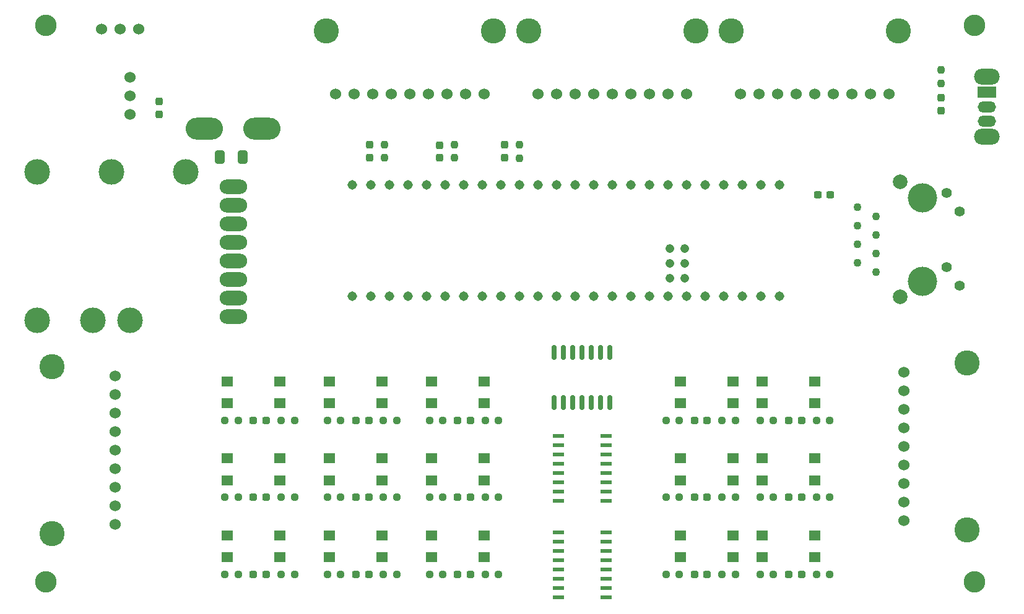
<source format=gbr>
%TF.GenerationSoftware,KiCad,Pcbnew,7.0.7*%
%TF.CreationDate,2024-03-26T15:37:16-05:00*%
%TF.ProjectId,CoreBoard,436f7265-426f-4617-9264-2e6b69636164,rev?*%
%TF.SameCoordinates,Original*%
%TF.FileFunction,Soldermask,Top*%
%TF.FilePolarity,Negative*%
%FSLAX46Y46*%
G04 Gerber Fmt 4.6, Leading zero omitted, Abs format (unit mm)*
G04 Created by KiCad (PCBNEW 7.0.7) date 2024-03-26 15:37:16*
%MOMM*%
%LPD*%
G01*
G04 APERTURE LIST*
G04 Aperture macros list*
%AMRoundRect*
0 Rectangle with rounded corners*
0 $1 Rounding radius*
0 $2 $3 $4 $5 $6 $7 $8 $9 X,Y pos of 4 corners*
0 Add a 4 corners polygon primitive as box body*
4,1,4,$2,$3,$4,$5,$6,$7,$8,$9,$2,$3,0*
0 Add four circle primitives for the rounded corners*
1,1,$1+$1,$2,$3*
1,1,$1+$1,$4,$5*
1,1,$1+$1,$6,$7*
1,1,$1+$1,$8,$9*
0 Add four rect primitives between the rounded corners*
20,1,$1+$1,$2,$3,$4,$5,0*
20,1,$1+$1,$4,$5,$6,$7,0*
20,1,$1+$1,$6,$7,$8,$9,0*
20,1,$1+$1,$8,$9,$2,$3,0*%
G04 Aperture macros list end*
%ADD10RoundRect,0.237500X-0.287500X-0.237500X0.287500X-0.237500X0.287500X0.237500X-0.287500X0.237500X0*%
%ADD11C,3.450000*%
%ADD12C,1.524000*%
%ADD13RoundRect,0.237500X-0.250000X-0.237500X0.250000X-0.237500X0.250000X0.237500X-0.250000X0.237500X0*%
%ADD14O,3.500000X2.200000*%
%ADD15R,2.500000X1.500000*%
%ADD16O,2.500000X1.500000*%
%ADD17R,1.600000X1.400000*%
%ADD18C,2.946400*%
%ADD19RoundRect,0.237500X0.237500X-0.250000X0.237500X0.250000X-0.237500X0.250000X-0.237500X-0.250000X0*%
%ADD20RoundRect,0.250000X-0.412500X-0.650000X0.412500X-0.650000X0.412500X0.650000X-0.412500X0.650000X0*%
%ADD21RoundRect,0.237500X-0.237500X0.287500X-0.237500X-0.287500X0.237500X-0.287500X0.237500X0.287500X0*%
%ADD22C,1.308000*%
%ADD23C,1.208000*%
%ADD24RoundRect,0.237500X0.237500X-0.300000X0.237500X0.300000X-0.237500X0.300000X-0.237500X-0.300000X0*%
%ADD25RoundRect,0.150000X-0.150000X0.837500X-0.150000X-0.837500X0.150000X-0.837500X0.150000X0.837500X0*%
%ADD26RoundRect,0.237500X-0.300000X-0.237500X0.300000X-0.237500X0.300000X0.237500X-0.300000X0.237500X0*%
%ADD27RoundRect,0.237500X-0.237500X0.250000X-0.237500X-0.250000X0.237500X-0.250000X0.237500X0.250000X0*%
%ADD28RoundRect,0.237500X0.237500X-0.287500X0.237500X0.287500X-0.237500X0.287500X-0.237500X-0.287500X0*%
%ADD29RoundRect,0.137500X0.662500X0.137500X-0.662500X0.137500X-0.662500X-0.137500X0.662500X-0.137500X0*%
%ADD30RoundRect,0.137500X-0.662500X-0.137500X0.662500X-0.137500X0.662500X0.137500X-0.662500X0.137500X0*%
%ADD31O,3.760000X1.982000*%
%ADD32C,1.100000*%
%ADD33C,1.400000*%
%ADD34C,4.000000*%
%ADD35C,2.000000*%
%ADD36O,5.100000X3.000000*%
%ADD37C,3.500000*%
G04 APERTURE END LIST*
D10*
%TO.C,D6*%
X111266000Y-111125000D03*
X113016000Y-111125000D03*
%TD*%
D11*
%TO.C,Conn2*%
X69723000Y-116078000D03*
X69723000Y-93218000D03*
D12*
X78359000Y-114808000D03*
X78359000Y-112268000D03*
X78359000Y-109728000D03*
X78359000Y-107188000D03*
X78359000Y-104648000D03*
X78359000Y-102108000D03*
X78359000Y-99568000D03*
X78359000Y-97028000D03*
X78359000Y-94488000D03*
%TD*%
%TO.C,U7*%
X80391000Y-53594000D03*
X80391000Y-56134000D03*
X80391000Y-58674000D03*
%TD*%
D13*
%TO.C,R16*%
X115038500Y-121666000D03*
X116863500Y-121666000D03*
%TD*%
%TO.C,R6*%
X115038500Y-111125000D03*
X116863500Y-111125000D03*
%TD*%
D14*
%TO.C,SW16*%
X197568500Y-53558000D03*
X197568500Y-61758000D03*
D15*
X197568500Y-55658000D03*
D16*
X197568500Y-57658000D03*
X197568500Y-59658000D03*
%TD*%
D17*
%TO.C,SW15*%
X166834000Y-95274000D03*
X174034000Y-95274000D03*
X166834000Y-98274000D03*
X174034000Y-98274000D03*
%TD*%
D13*
%TO.C,R5*%
X101043100Y-111125000D03*
X102868100Y-111125000D03*
%TD*%
D11*
%TO.C,Conn5*%
X134874000Y-47244000D03*
X157734000Y-47244000D03*
D12*
X136144000Y-55880000D03*
X138684000Y-55880000D03*
X141224000Y-55880000D03*
X143764000Y-55880000D03*
X146304000Y-55880000D03*
X148844000Y-55880000D03*
X151384000Y-55880000D03*
X153924000Y-55880000D03*
X156464000Y-55880000D03*
%TD*%
D10*
%TO.C,D17*%
X157570200Y-121666000D03*
X159320200Y-121666000D03*
%TD*%
D17*
%TO.C,SW14*%
X155658000Y-116356000D03*
X162858000Y-116356000D03*
X155658000Y-119356000D03*
X162858000Y-119356000D03*
%TD*%
D13*
%TO.C,R8*%
X161342700Y-111125000D03*
X163167700Y-111125000D03*
%TD*%
D10*
%TO.C,D9*%
X170448000Y-121666000D03*
X172198000Y-121666000D03*
%TD*%
D18*
%TO.C,REF\u002A\u002A*%
X68834000Y-46482000D03*
%TD*%
D17*
%TO.C,SW13*%
X121622000Y-95274000D03*
X128822000Y-95274000D03*
X121622000Y-98274000D03*
X128822000Y-98274000D03*
%TD*%
D18*
%TO.C,REF\u002A\u002A*%
X195834000Y-46482000D03*
%TD*%
D11*
%TO.C,Conn4*%
X162560000Y-47244000D03*
X185420000Y-47244000D03*
D12*
X163830000Y-55880000D03*
X166370000Y-55880000D03*
X168910000Y-55880000D03*
X171450000Y-55880000D03*
X173990000Y-55880000D03*
X176530000Y-55880000D03*
X179070000Y-55880000D03*
X181610000Y-55880000D03*
X184150000Y-55880000D03*
%TD*%
D18*
%TO.C,REF\u002A\u002A*%
X68834000Y-122682000D03*
%TD*%
D13*
%TO.C,R14*%
X174245900Y-121666000D03*
X176070900Y-121666000D03*
%TD*%
D17*
%TO.C,SW12*%
X107652000Y-95274000D03*
X114852000Y-95274000D03*
X107652000Y-98274000D03*
X114852000Y-98274000D03*
%TD*%
D10*
%TO.C,D10*%
X97245200Y-121666000D03*
X98995200Y-121666000D03*
%TD*%
D13*
%TO.C,R9*%
X166524300Y-111125000D03*
X168349300Y-111125000D03*
%TD*%
D19*
%TO.C,R36*%
X133604000Y-64704600D03*
X133604000Y-62879600D03*
%TD*%
D13*
%TO.C,R20*%
X93359600Y-121666000D03*
X95184600Y-121666000D03*
%TD*%
%TO.C,R10*%
X93359600Y-111125000D03*
X95184600Y-111125000D03*
%TD*%
%TO.C,R19*%
X166524300Y-121666000D03*
X168349300Y-121666000D03*
%TD*%
D10*
%TO.C,D12*%
X125185200Y-121666000D03*
X126935200Y-121666000D03*
%TD*%
D13*
%TO.C,R33*%
X166524300Y-100584000D03*
X168349300Y-100584000D03*
%TD*%
D17*
%TO.C,SW4*%
X121622000Y-105815000D03*
X128822000Y-105815000D03*
X121622000Y-108815000D03*
X128822000Y-108815000D03*
%TD*%
D20*
%TO.C,C2*%
X92671500Y-64516000D03*
X95796500Y-64516000D03*
%TD*%
D10*
%TO.C,D16*%
X125185200Y-100584000D03*
X126935200Y-100584000D03*
%TD*%
D13*
%TO.C,R23*%
X153659200Y-100584000D03*
X155484200Y-100584000D03*
%TD*%
%TO.C,R18*%
X161342700Y-100584000D03*
X163167700Y-100584000D03*
%TD*%
%TO.C,R29*%
X93359600Y-100584000D03*
X95184600Y-100584000D03*
%TD*%
D21*
%TO.C,D20*%
X113118300Y-62867600D03*
X113118300Y-64617600D03*
%TD*%
D22*
%TO.C,U1*%
X166624000Y-68326000D03*
X164084000Y-68326000D03*
X161544000Y-68326000D03*
X159004000Y-68326000D03*
X133604000Y-68326000D03*
X164084000Y-83566000D03*
X156464000Y-68326000D03*
X153924000Y-68326000D03*
X151384000Y-68326000D03*
X148844000Y-68326000D03*
X146304000Y-68326000D03*
X143764000Y-68326000D03*
X141224000Y-68326000D03*
X138684000Y-68326000D03*
X136144000Y-68326000D03*
X136144000Y-83566000D03*
X138684000Y-83566000D03*
X141224000Y-83566000D03*
X143764000Y-83566000D03*
X146304000Y-83566000D03*
X148844000Y-83566000D03*
X151384000Y-83566000D03*
X153924000Y-83566000D03*
X156464000Y-83566000D03*
X159004000Y-83566000D03*
X161544000Y-83566000D03*
X131064000Y-68326000D03*
X128524000Y-68326000D03*
X125984000Y-68326000D03*
X123444000Y-68326000D03*
X120904000Y-68326000D03*
X118364000Y-68326000D03*
X115824000Y-68326000D03*
X113284000Y-68326000D03*
X110744000Y-68326000D03*
X110744000Y-83566000D03*
X113284000Y-83566000D03*
X115824000Y-83566000D03*
X118364000Y-83566000D03*
X120904000Y-83566000D03*
X123444000Y-83566000D03*
X125984000Y-83566000D03*
X128524000Y-83566000D03*
X131064000Y-83566000D03*
X169164000Y-68326000D03*
X133604000Y-83566000D03*
X166624000Y-83566000D03*
D23*
X154194000Y-79116000D03*
X156194000Y-79116000D03*
X156194000Y-81116000D03*
X154194000Y-81116000D03*
X154194000Y-77116000D03*
X156194000Y-77116000D03*
D22*
X169164000Y-83566000D03*
%TD*%
D13*
%TO.C,R28*%
X174245900Y-100584000D03*
X176070900Y-100584000D03*
%TD*%
D24*
%TO.C,C3*%
X84328000Y-58674000D03*
X84328000Y-56949000D03*
%TD*%
D25*
%TO.C,U6*%
X145999200Y-91279500D03*
X144729200Y-91279500D03*
X143459200Y-91279500D03*
X142189200Y-91279500D03*
X140919200Y-91279500D03*
X139649200Y-91279500D03*
X138379200Y-91279500D03*
X138379200Y-98204500D03*
X139649200Y-98204500D03*
X140919200Y-98204500D03*
X142189200Y-98204500D03*
X143459200Y-98204500D03*
X144729200Y-98204500D03*
X145999200Y-98204500D03*
%TD*%
D13*
%TO.C,R21*%
X107342300Y-121666000D03*
X109167300Y-121666000D03*
%TD*%
D10*
%TO.C,D15*%
X111266000Y-100584000D03*
X113016000Y-100584000D03*
%TD*%
%TO.C,D13*%
X157570200Y-100584000D03*
X159320200Y-100584000D03*
%TD*%
D17*
%TO.C,SW9*%
X121622000Y-116356000D03*
X128822000Y-116356000D03*
X121622000Y-119356000D03*
X128822000Y-119356000D03*
%TD*%
%TO.C,SW8*%
X107652000Y-116356000D03*
X114852000Y-116356000D03*
X107652000Y-119356000D03*
X114852000Y-119356000D03*
%TD*%
D26*
%TO.C,C1*%
X174397500Y-69697600D03*
X176122500Y-69697600D03*
%TD*%
D27*
%TO.C,R38*%
X124728500Y-62841500D03*
X124728500Y-64666500D03*
%TD*%
D28*
%TO.C,D21*%
X131572000Y-64629000D03*
X131572000Y-62879000D03*
%TD*%
D13*
%TO.C,R4*%
X174245900Y-111125000D03*
X176070900Y-111125000D03*
%TD*%
D10*
%TO.C,D5*%
X97245200Y-111125000D03*
X98995200Y-111125000D03*
%TD*%
D13*
%TO.C,R30*%
X107342300Y-100584000D03*
X109167300Y-100584000D03*
%TD*%
D10*
%TO.C,D8*%
X157570200Y-111125000D03*
X159320200Y-111125000D03*
%TD*%
D13*
%TO.C,R32*%
X153659200Y-121666000D03*
X155484200Y-121666000D03*
%TD*%
%TO.C,R27*%
X161342700Y-121666000D03*
X163167700Y-121666000D03*
%TD*%
D29*
%TO.C,U4*%
X145439200Y-124841000D03*
X145439200Y-123571000D03*
X145439200Y-122301000D03*
X145439200Y-121031000D03*
X145439200Y-119761000D03*
X145439200Y-118491000D03*
X145439200Y-117221000D03*
X145439200Y-115951000D03*
X138939200Y-115951000D03*
X138939200Y-117221000D03*
X138939200Y-118491000D03*
X138939200Y-119761000D03*
X138939200Y-121031000D03*
X138939200Y-122301000D03*
X138939200Y-123571000D03*
X138939200Y-124841000D03*
%TD*%
D13*
%TO.C,R11*%
X107342300Y-111125000D03*
X109167300Y-111125000D03*
%TD*%
%TO.C,R7*%
X128957700Y-111125000D03*
X130782700Y-111125000D03*
%TD*%
D10*
%TO.C,D11*%
X111266000Y-121666000D03*
X113016000Y-121666000D03*
%TD*%
%TO.C,D7*%
X125185200Y-111125000D03*
X126935200Y-111125000D03*
%TD*%
D13*
%TO.C,R15*%
X101043100Y-121666000D03*
X102868100Y-121666000D03*
%TD*%
D12*
%TO.C,Conn7*%
X76454000Y-46990000D03*
X78994000Y-46990000D03*
X81534000Y-46990000D03*
%TD*%
D30*
%TO.C,U5*%
X138939200Y-102743000D03*
X138939200Y-104013000D03*
X138939200Y-105283000D03*
X138939200Y-106553000D03*
X138939200Y-107823000D03*
X138939200Y-109093000D03*
X138939200Y-110363000D03*
X138939200Y-111633000D03*
X145439200Y-111633000D03*
X145439200Y-110363000D03*
X145439200Y-109093000D03*
X145439200Y-107823000D03*
X145439200Y-106553000D03*
X145439200Y-105283000D03*
X145439200Y-104013000D03*
X145439200Y-102743000D03*
%TD*%
D31*
%TO.C,U2*%
X94488000Y-83883500D03*
X94488000Y-71183500D03*
X94488000Y-86423500D03*
X94488000Y-73723500D03*
X94488000Y-76263500D03*
X94488000Y-68643500D03*
X94488000Y-81343500D03*
X94488000Y-78803500D03*
%TD*%
D17*
%TO.C,SW5*%
X155658000Y-105815000D03*
X162858000Y-105815000D03*
X155658000Y-108815000D03*
X162858000Y-108815000D03*
%TD*%
D10*
%TO.C,D4*%
X170448000Y-111125000D03*
X172198000Y-111125000D03*
%TD*%
D13*
%TO.C,R24*%
X101043100Y-100584000D03*
X102868100Y-100584000D03*
%TD*%
D10*
%TO.C,D14*%
X97245200Y-100584000D03*
X98995200Y-100584000D03*
%TD*%
D17*
%TO.C,SW2*%
X93682000Y-105815000D03*
X100882000Y-105815000D03*
X93682000Y-108815000D03*
X100882000Y-108815000D03*
%TD*%
%TO.C,SW3*%
X107652000Y-105815000D03*
X114852000Y-105815000D03*
X107652000Y-108815000D03*
X114852000Y-108815000D03*
%TD*%
D13*
%TO.C,R13*%
X153659200Y-111125000D03*
X155484200Y-111125000D03*
%TD*%
%TO.C,R17*%
X128957700Y-121666000D03*
X130782700Y-121666000D03*
%TD*%
D32*
%TO.C,J1*%
X182372000Y-80264000D03*
X179832000Y-78994000D03*
X182372000Y-77724000D03*
X179832000Y-76454000D03*
X182372000Y-75184000D03*
X179832000Y-73914000D03*
X182372000Y-72644000D03*
X179832000Y-71374000D03*
D33*
X193802000Y-82144000D03*
X192012000Y-79604000D03*
X193802000Y-72034000D03*
X192012000Y-69494000D03*
D34*
X188722000Y-81534000D03*
X188722000Y-70104000D03*
D35*
X185672000Y-83694000D03*
X185672000Y-67944000D03*
%TD*%
D36*
%TO.C,Conn1*%
X98425000Y-60641200D03*
X90551000Y-60641200D03*
%TD*%
D17*
%TO.C,SW6*%
X166834000Y-116356000D03*
X174034000Y-116356000D03*
X166834000Y-119356000D03*
X174034000Y-119356000D03*
%TD*%
D11*
%TO.C,Conn6*%
X107188000Y-47244000D03*
X130048000Y-47244000D03*
D12*
X108458000Y-55880000D03*
X110998000Y-55880000D03*
X113538000Y-55880000D03*
X116078000Y-55880000D03*
X118618000Y-55880000D03*
X121158000Y-55880000D03*
X123698000Y-55880000D03*
X126238000Y-55880000D03*
X128778000Y-55880000D03*
%TD*%
D28*
%TO.C,D19*%
X191249500Y-58200000D03*
X191249500Y-56450000D03*
%TD*%
D13*
%TO.C,R31*%
X121312300Y-100584000D03*
X123137300Y-100584000D03*
%TD*%
%TO.C,R12*%
X121312300Y-111125000D03*
X123137300Y-111125000D03*
%TD*%
D19*
%TO.C,R34*%
X191249500Y-54437000D03*
X191249500Y-52612000D03*
%TD*%
D18*
%TO.C,REF\u002A\u002A*%
X195834000Y-122682000D03*
%TD*%
D27*
%TO.C,R35*%
X115150300Y-62830100D03*
X115150300Y-64655100D03*
%TD*%
D17*
%TO.C,SW11*%
X93682000Y-95274000D03*
X100882000Y-95274000D03*
X93682000Y-98274000D03*
X100882000Y-98274000D03*
%TD*%
D10*
%TO.C,D18*%
X170448000Y-100584000D03*
X172198000Y-100584000D03*
%TD*%
D17*
%TO.C,SW7*%
X93682000Y-116356000D03*
X100882000Y-116356000D03*
X93682000Y-119356000D03*
X100882000Y-119356000D03*
%TD*%
D21*
%TO.C,D23*%
X122696500Y-62917100D03*
X122696500Y-64667100D03*
%TD*%
D13*
%TO.C,R25*%
X115038500Y-100584000D03*
X116863500Y-100584000D03*
%TD*%
D17*
%TO.C,SW10*%
X155658000Y-95274000D03*
X162858000Y-95274000D03*
X155658000Y-98274000D03*
X162858000Y-98274000D03*
%TD*%
D13*
%TO.C,R22*%
X121312300Y-121666000D03*
X123137300Y-121666000D03*
%TD*%
D11*
%TO.C,Conn3*%
X194818000Y-92710000D03*
X194818000Y-115570000D03*
D12*
X186182000Y-93980000D03*
X186182000Y-96520000D03*
X186182000Y-99060000D03*
X186182000Y-101600000D03*
X186182000Y-104140000D03*
X186182000Y-106680000D03*
X186182000Y-109220000D03*
X186182000Y-111760000D03*
X186182000Y-114300000D03*
%TD*%
D37*
%TO.C,U3*%
X80378000Y-86935800D03*
X75298000Y-86935800D03*
X67678000Y-86935800D03*
X67678000Y-66615800D03*
X77838000Y-66615800D03*
X87998000Y-66615800D03*
%TD*%
D13*
%TO.C,R26*%
X128957700Y-100584000D03*
X130782700Y-100584000D03*
%TD*%
D17*
%TO.C,SW1*%
X166834000Y-105815000D03*
X174034000Y-105815000D03*
X166834000Y-108815000D03*
X174034000Y-108815000D03*
%TD*%
M02*

</source>
